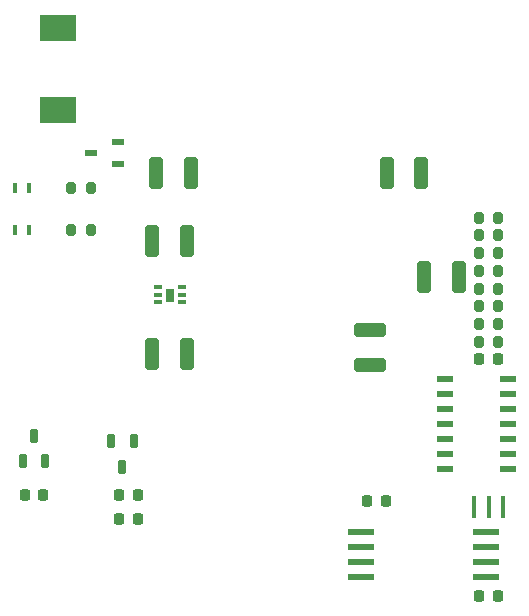
<source format=gtp>
%TF.GenerationSoftware,KiCad,Pcbnew,9.0.4*%
%TF.CreationDate,2025-09-18T00:05:18+09:00*%
%TF.ProjectId,CAN_Isolation_mini,43414e5f-4973-46f6-9c61-74696f6e5f6d,Ver.1.0*%
%TF.SameCoordinates,Original*%
%TF.FileFunction,Paste,Top*%
%TF.FilePolarity,Positive*%
%FSLAX46Y46*%
G04 Gerber Fmt 4.6, Leading zero omitted, Abs format (unit mm)*
G04 Created by KiCad (PCBNEW 9.0.4) date 2025-09-18 00:05:18*
%MOMM*%
%LPD*%
G01*
G04 APERTURE LIST*
G04 Aperture macros list*
%AMRoundRect*
0 Rectangle with rounded corners*
0 $1 Rounding radius*
0 $2 $3 $4 $5 $6 $7 $8 $9 X,Y pos of 4 corners*
0 Add a 4 corners polygon primitive as box body*
4,1,4,$2,$3,$4,$5,$6,$7,$8,$9,$2,$3,0*
0 Add four circle primitives for the rounded corners*
1,1,$1+$1,$2,$3*
1,1,$1+$1,$4,$5*
1,1,$1+$1,$6,$7*
1,1,$1+$1,$8,$9*
0 Add four rect primitives between the rounded corners*
20,1,$1+$1,$2,$3,$4,$5,0*
20,1,$1+$1,$4,$5,$6,$7,0*
20,1,$1+$1,$6,$7,$8,$9,0*
20,1,$1+$1,$8,$9,$2,$3,0*%
G04 Aperture macros list end*
%ADD10C,0.010000*%
%ADD11R,3.100000X2.200000*%
%ADD12RoundRect,0.225000X-0.225000X-0.250000X0.225000X-0.250000X0.225000X0.250000X-0.225000X0.250000X0*%
%ADD13RoundRect,0.200000X-0.200000X-0.275000X0.200000X-0.275000X0.200000X0.275000X-0.200000X0.275000X0*%
%ADD14R,2.253927X0.622132*%
%ADD15R,0.690000X0.320000*%
%ADD16RoundRect,0.250000X-0.325000X-1.100000X0.325000X-1.100000X0.325000X1.100000X-0.325000X1.100000X0*%
%ADD17R,1.016000X0.558800*%
%ADD18RoundRect,0.075000X0.225000X-0.540000X0.225000X0.540000X-0.225000X0.540000X-0.225000X-0.540000X0*%
%ADD19R,0.393700X0.812800*%
%ADD20R,1.397000X0.558800*%
%ADD21RoundRect,0.225000X0.225000X0.250000X-0.225000X0.250000X-0.225000X-0.250000X0.225000X-0.250000X0*%
%ADD22RoundRect,0.250000X0.325000X1.100000X-0.325000X1.100000X-0.325000X-1.100000X0.325000X-1.100000X0*%
%ADD23R,0.400000X1.900000*%
%ADD24RoundRect,0.250000X-1.100000X0.325000X-1.100000X-0.325000X1.100000X-0.325000X1.100000X0.325000X0*%
%ADD25RoundRect,0.075000X-0.225000X0.540000X-0.225000X-0.540000X0.225000X-0.540000X0.225000X0.540000X0*%
G04 APERTURE END LIST*
D10*
%TO.C,U5*%
X103973095Y-95300905D02*
X103341095Y-95300905D01*
X103341095Y-94288905D01*
X103973095Y-94288905D01*
X103973095Y-95300905D01*
G36*
X103973095Y-95300905D02*
G01*
X103341095Y-95300905D01*
X103341095Y-94288905D01*
X103973095Y-94288905D01*
X103973095Y-95300905D01*
G37*
%TD*%
D11*
%TO.C,D3*%
X94234000Y-79192000D03*
X94234000Y-72192000D03*
%TD*%
D12*
%TO.C,C7*%
X129882095Y-100294905D03*
X131432095Y-100294905D03*
%TD*%
D13*
%TO.C,R9*%
X95332095Y-89294905D03*
X96982095Y-89294905D03*
%TD*%
D14*
%TO.C,U2*%
X130457618Y-118699905D03*
X130457618Y-117429905D03*
X130457618Y-116159905D03*
X130457618Y-114889905D03*
X119856572Y-114889905D03*
X119856572Y-116159905D03*
X119856572Y-117429905D03*
X119856572Y-118699905D03*
%TD*%
D12*
%TO.C,C10*%
X91382095Y-111794905D03*
X92932095Y-111794905D03*
%TD*%
D15*
%TO.C,U5*%
X104677095Y-95444905D03*
X104677095Y-94794905D03*
X104677095Y-94144905D03*
X102637095Y-94144905D03*
X102637095Y-94794905D03*
X102637095Y-95444905D03*
%TD*%
D16*
%TO.C,C2*%
X102182095Y-99794905D03*
X105132095Y-99794905D03*
%TD*%
D12*
%TO.C,C5*%
X129882095Y-120294905D03*
X131432095Y-120294905D03*
%TD*%
D17*
%TO.C,U6*%
X99300095Y-83744906D03*
X99300095Y-81844904D03*
X97014095Y-82794905D03*
%TD*%
D12*
%TO.C,C11*%
X99382095Y-111794905D03*
X100932095Y-111794905D03*
%TD*%
D18*
%TO.C,D1*%
X91207095Y-108854905D03*
X93107095Y-108854905D03*
X92157095Y-106734905D03*
%TD*%
D19*
%TO.C,LED2*%
X91760345Y-85794905D03*
X90553845Y-85794905D03*
%TD*%
D16*
%TO.C,C8*%
X102525000Y-84500000D03*
X105475000Y-84500000D03*
%TD*%
D13*
%TO.C,R5*%
X129832095Y-92794905D03*
X131482095Y-92794905D03*
%TD*%
%TO.C,R3*%
X129832095Y-95794905D03*
X131482095Y-95794905D03*
%TD*%
D20*
%TO.C,U1*%
X127002795Y-101984905D03*
X127002795Y-103254905D03*
X127002795Y-104524905D03*
X127002795Y-105794905D03*
X127002795Y-107064905D03*
X127002795Y-108334905D03*
X127002795Y-109604905D03*
X132311395Y-109604905D03*
X132311395Y-108334905D03*
X132311395Y-107064905D03*
X132311395Y-105794905D03*
X132311395Y-104524905D03*
X132311395Y-103254905D03*
X132311395Y-101984905D03*
%TD*%
D19*
%TO.C,LED1*%
X91760345Y-89294905D03*
X90553845Y-89294905D03*
%TD*%
D13*
%TO.C,R2*%
X129832095Y-97294905D03*
X131482095Y-97294905D03*
%TD*%
D16*
%TO.C,C1*%
X102182095Y-90294905D03*
X105132095Y-90294905D03*
%TD*%
D21*
%TO.C,C6*%
X121932095Y-112294905D03*
X120382095Y-112294905D03*
%TD*%
%TO.C,C12*%
X100932095Y-113794905D03*
X99382095Y-113794905D03*
%TD*%
D22*
%TO.C,C3*%
X128132095Y-93294905D03*
X125182095Y-93294905D03*
%TD*%
D23*
%TO.C,Y1*%
X131857095Y-112794905D03*
X130657095Y-112794905D03*
X129457095Y-112794905D03*
%TD*%
D24*
%TO.C,C4*%
X120657095Y-97819905D03*
X120657095Y-100769905D03*
%TD*%
D22*
%TO.C,C9*%
X124975000Y-84500000D03*
X122025000Y-84500000D03*
%TD*%
D25*
%TO.C,D2*%
X100607095Y-107234905D03*
X98707095Y-107234905D03*
X99657095Y-109354905D03*
%TD*%
D13*
%TO.C,R10*%
X95332095Y-85794905D03*
X96982095Y-85794905D03*
%TD*%
%TO.C,R6*%
X129832095Y-91294905D03*
X131482095Y-91294905D03*
%TD*%
%TO.C,R1*%
X129832095Y-98794905D03*
X131482095Y-98794905D03*
%TD*%
%TO.C,R7*%
X129832095Y-88294905D03*
X131482095Y-88294905D03*
%TD*%
%TO.C,R8*%
X129832095Y-89794905D03*
X131482095Y-89794905D03*
%TD*%
%TO.C,R4*%
X129832095Y-94294905D03*
X131482095Y-94294905D03*
%TD*%
M02*

</source>
